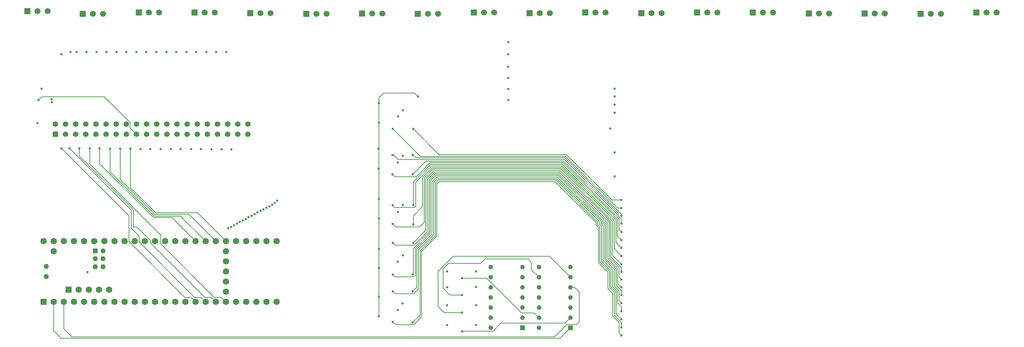
<source format=gbr>
%TF.GenerationSoftware,KiCad,Pcbnew,8.0.3-1.fc40*%
%TF.CreationDate,2024-06-20T14:07:13-04:00*%
%TF.ProjectId,sensor_bar_unified_muxing_1,73656e73-6f72-45f6-9261-725f756e6966,rev?*%
%TF.SameCoordinates,Original*%
%TF.FileFunction,Copper,L3,Inr*%
%TF.FilePolarity,Positive*%
%FSLAX46Y46*%
G04 Gerber Fmt 4.6, Leading zero omitted, Abs format (unit mm)*
G04 Created by KiCad (PCBNEW 8.0.3-1.fc40) date 2024-06-20 14:07:13*
%MOMM*%
%LPD*%
G01*
G04 APERTURE LIST*
%TA.AperFunction,ComponentPad*%
%ADD10R,1.500000X1.500000*%
%TD*%
%TA.AperFunction,ComponentPad*%
%ADD11C,1.500000*%
%TD*%
%TA.AperFunction,ComponentPad*%
%ADD12R,1.170000X1.170000*%
%TD*%
%TA.AperFunction,ComponentPad*%
%ADD13C,1.170000*%
%TD*%
%TA.AperFunction,ComponentPad*%
%ADD14R,1.370000X1.370000*%
%TD*%
%TA.AperFunction,ComponentPad*%
%ADD15C,1.370000*%
%TD*%
%TA.AperFunction,ComponentPad*%
%ADD16R,1.600000X1.600000*%
%TD*%
%TA.AperFunction,ComponentPad*%
%ADD17C,1.600000*%
%TD*%
%TA.AperFunction,ComponentPad*%
%ADD18R,1.300000X1.300000*%
%TD*%
%TA.AperFunction,ComponentPad*%
%ADD19C,1.300000*%
%TD*%
%TA.AperFunction,ViaPad*%
%ADD20C,0.600000*%
%TD*%
%TA.AperFunction,Conductor*%
%ADD21C,0.200000*%
%TD*%
G04 APERTURE END LIST*
D10*
%TO.N,Net-(BOARDSEL_CMP1-VCC)*%
%TO.C,U16*%
X221340000Y-18385000D03*
D11*
%TO.N,GND*%
X223880000Y-18385000D03*
%TO.N,Net-(JP11-B)*%
X226420000Y-18385000D03*
%TD*%
D12*
%TO.N,Net-(BOARDSEL_CMP1-1Y)*%
%TO.C,BOARDSEL_ENABLE1*%
X149560000Y-97305000D03*
D13*
%TO.N,Net-(BOARDSEL_CMP1-2Y)*%
X149560000Y-94765000D03*
%TO.N,N/C*%
X149560000Y-92225000D03*
%TO.N,Net-(BOARDSEL_CMP1-3Y)*%
X149560000Y-89685000D03*
%TO.N,Net-(BOARDSEL_CMP1-4Y)*%
X149560000Y-87145000D03*
%TO.N,Net-(BOARDSEL_ENABLE1-1Y)*%
X149560000Y-84605000D03*
%TO.N,GND*%
X149560000Y-82065000D03*
%TO.N,unconnected-(BOARDSEL_ENABLE1-2Y-Pad8)*%
X141620000Y-82065000D03*
%TO.N,unconnected-(BOARDSEL_ENABLE1-2A-Pad9)*%
X141620000Y-84605000D03*
%TO.N,unconnected-(BOARDSEL_ENABLE1-2B-Pad10)*%
X141620000Y-87145000D03*
%TO.N,N/C*%
X141620000Y-89685000D03*
%TO.N,unconnected-(BOARDSEL_ENABLE1-2C-Pad12)*%
X141620000Y-92225000D03*
%TO.N,unconnected-(BOARDSEL_ENABLE1-2D-Pad13)*%
X141620000Y-94765000D03*
%TO.N,Net-(BOARDSEL_CMP1-VCC)*%
X141620000Y-97305000D03*
%TD*%
D10*
%TO.N,Net-(BOARDSEL_CMP1-VCC)*%
%TO.C,U13*%
X179340000Y-18345000D03*
D11*
%TO.N,GND*%
X181880000Y-18345000D03*
%TO.N,Net-(JP14-B)*%
X184420000Y-18345000D03*
%TD*%
D10*
%TO.N,Net-(BOARDSEL_CMP1-VCC)*%
%TO.C,U15*%
X207340000Y-18185000D03*
D11*
%TO.N,GND*%
X209880000Y-18185000D03*
%TO.N,Net-(JP12-B)*%
X212420000Y-18185000D03*
%TD*%
D10*
%TO.N,Net-(BOARDSEL_CMP1-VCC)*%
%TO.C,U9*%
X123340000Y-18485000D03*
D11*
%TO.N,GND*%
X125880000Y-18485000D03*
%TO.N,Net-(JP18-B)*%
X128420000Y-18485000D03*
%TD*%
D10*
%TO.N,Net-(BOARDSEL_CMP1-VCC)*%
%TO.C,U19*%
X263340000Y-18185000D03*
D11*
%TO.N,GND*%
X265880000Y-18185000D03*
%TO.N,Net-(JP26-B)*%
X268420000Y-18185000D03*
%TD*%
D10*
%TO.N,Net-(BOARDSEL_CMP1-VCC)*%
%TO.C,U10*%
X137340000Y-18185000D03*
D11*
%TO.N,GND*%
X139880000Y-18185000D03*
%TO.N,Net-(JP17-B)*%
X142420000Y-18185000D03*
%TD*%
D10*
%TO.N,Net-(BOARDSEL_CMP1-VCC)*%
%TO.C,U7*%
X95340000Y-18485000D03*
D11*
%TO.N,GND*%
X97880000Y-18485000D03*
%TO.N,Net-(JP20-B)*%
X100420000Y-18485000D03*
%TD*%
D10*
%TO.N,Net-(BOARDSEL_CMP1-VCC)*%
%TO.C,U11*%
X151340000Y-18345000D03*
D11*
%TO.N,GND*%
X153880000Y-18345000D03*
%TO.N,Net-(JP16-B)*%
X156420000Y-18345000D03*
%TD*%
D10*
%TO.N,Net-(BOARDSEL_CMP1-VCC)*%
%TO.C,U8*%
X109340000Y-18385000D03*
D11*
%TO.N,GND*%
X111880000Y-18385000D03*
%TO.N,Net-(JP19-B)*%
X114420000Y-18385000D03*
%TD*%
D10*
%TO.N,Net-(BOARDSEL_CMP1-VCC)*%
%TO.C,U6*%
X81340000Y-18345000D03*
D11*
%TO.N,GND*%
X83880000Y-18345000D03*
%TO.N,Net-(JP21-B)*%
X86420000Y-18345000D03*
%TD*%
D10*
%TO.N,Net-(BOARDSEL_CMP1-VCC)*%
%TO.C,U17*%
X235340000Y-18385000D03*
D11*
%TO.N,GND*%
X237880000Y-18385000D03*
%TO.N,Net-(JP10-B)*%
X240420000Y-18385000D03*
%TD*%
D10*
%TO.N,Net-(BOARDSEL_CMP1-VCC)*%
%TO.C,U18*%
X249340000Y-18485000D03*
D11*
%TO.N,GND*%
X251880000Y-18485000D03*
%TO.N,Net-(JP25-B)*%
X254420000Y-18485000D03*
%TD*%
D10*
%TO.N,Net-(BOARDSEL_CMP1-VCC)*%
%TO.C,U12*%
X165340000Y-18145000D03*
D11*
%TO.N,GND*%
X167880000Y-18145000D03*
%TO.N,Net-(JP15-B)*%
X170420000Y-18145000D03*
%TD*%
D10*
%TO.N,Net-(BOARDSEL_CMP1-VCC)*%
%TO.C,U3*%
X39340000Y-18545000D03*
D11*
%TO.N,GND*%
X41880000Y-18545000D03*
%TO.N,Net-(JP46-B)*%
X44420000Y-18545000D03*
%TD*%
D10*
%TO.N,Net-(BOARDSEL_CMP1-VCC)*%
%TO.C,U5*%
X67340000Y-18145000D03*
D11*
%TO.N,GND*%
X69880000Y-18145000D03*
%TO.N,Net-(JP22-B)*%
X72420000Y-18145000D03*
%TD*%
D10*
%TO.N,Net-(BOARDSEL_CMP1-VCC)*%
%TO.C,U2*%
X25440000Y-17845000D03*
D11*
%TO.N,GND*%
X27980000Y-17845000D03*
%TO.N,Net-(JP47-B)*%
X30520000Y-17845000D03*
%TD*%
D14*
%TO.N,Net-(BOARDSEL_CMP1-1A)*%
%TO.C,interboard connect*%
X32440000Y-48725000D03*
D15*
%TO.N,Net-(DG452_0-S_1)*%
X32440000Y-46185000D03*
%TO.N,Net-(BOARDSEL_CMP1-2A)*%
X34980000Y-48725000D03*
%TO.N,Net-(DG452_0-D_4)*%
X34980000Y-46185000D03*
%TO.N,Net-(BOARDSEL_CMP1-3A)*%
X37520000Y-48725000D03*
%TO.N,Net-(DG452_0-S_2)*%
X37520000Y-46185000D03*
%TO.N,Net-(BOARDSEL_CMP1-4A)*%
X40060000Y-48725000D03*
%TO.N,Net-(DG452_0-D_3)*%
X40060000Y-46185000D03*
%TO.N,unconnected-(J1-Pad09)*%
X42600000Y-48725000D03*
%TO.N,Net-(DG452_1-S_1)*%
X42600000Y-46185000D03*
%TO.N,unconnected-(J1-Pad11)*%
X45140000Y-48725000D03*
%TO.N,Net-(DG452_1-D_4)*%
X45140000Y-46185000D03*
%TO.N,unconnected-(J1-Pad13)*%
X47680000Y-48725000D03*
%TO.N,Net-(DG452_1-S_2)*%
X47680000Y-46185000D03*
%TO.N,unconnected-(J1-Pad15)*%
X50220000Y-48725000D03*
%TO.N,Net-(DG452_1-D_3)*%
X50220000Y-46185000D03*
%TO.N,Net-(J2-Pin_9)*%
X52760000Y-48725000D03*
%TO.N,Net-(DG452_2-S_1)*%
X52760000Y-46185000D03*
%TO.N,unconnected-(J1-Pad19)*%
X55300000Y-48725000D03*
%TO.N,Net-(DG452_2-D_4)*%
X55300000Y-46185000D03*
%TO.N,unconnected-(J1-Pad21)*%
X57840000Y-48725000D03*
%TO.N,Net-(DG452_2-S_2)*%
X57840000Y-46185000D03*
%TO.N,unconnected-(J1-Pad23)*%
X60380000Y-48725000D03*
%TO.N,Net-(DG452_2-D_3)*%
X60380000Y-46185000D03*
%TO.N,unconnected-(J1-Pad25)*%
X62920000Y-48725000D03*
%TO.N,Net-(DG452_3-S_1)*%
X62920000Y-46185000D03*
%TO.N,unconnected-(J1-Pad27)*%
X65460000Y-48725000D03*
%TO.N,Net-(DG452_3-D_4)*%
X65460000Y-46185000D03*
%TO.N,Net-(BOARDSEL_CMP1-VCC)*%
X68000000Y-48725000D03*
%TO.N,Net-(DG452_3-S_2)*%
X68000000Y-46185000D03*
%TO.N,unconnected-(J1-Pad31)*%
X70540000Y-48725000D03*
%TO.N,Net-(DG452_3-D_3)*%
X70540000Y-46185000D03*
%TO.N,unconnected-(J1-Pad33)*%
X73080000Y-48725000D03*
%TO.N,Net-(DG45_4-S_1)*%
X73080000Y-46185000D03*
%TO.N,unconnected-(J1-Pad35)*%
X75620000Y-48725000D03*
%TO.N,Net-(DG45_4-D_4)*%
X75620000Y-46185000D03*
%TO.N,unconnected-(J1-Pad37)*%
X78160000Y-48725000D03*
%TO.N,unconnected-(J1-Pad38)*%
X78160000Y-46185000D03*
%TO.N,unconnected-(J1-Pad39)*%
X80700000Y-48725000D03*
%TO.N,GND*%
X80700000Y-46185000D03*
%TD*%
D16*
%TO.N,unconnected-(U1-GND-Pad1)*%
%TO.C,U1*%
X29470000Y-90805000D03*
D17*
%TO.N,Net-(BOARDSEL_CMP1-1A)*%
X32010000Y-90805000D03*
%TO.N,Net-(BOARDSEL_CMP1-2A)*%
X34550000Y-90805000D03*
%TO.N,Net-(BOARDSEL_CMP1-3A)*%
X37090000Y-90805000D03*
%TO.N,Net-(BOARDSEL_CMP1-4A)*%
X39630000Y-90805000D03*
%TO.N,unconnected-(U1-4_BCLK2-Pad6)*%
X42170000Y-90805000D03*
%TO.N,unconnected-(U1-5_IN2-Pad7)*%
X44710000Y-90805000D03*
%TO.N,unconnected-(U1-6_OUT1D-Pad8)*%
X47250000Y-90805000D03*
%TO.N,unconnected-(U1-7_RX2_OUT1A-Pad9)*%
X49790000Y-90805000D03*
%TO.N,unconnected-(U1-8_TX2_IN1-Pad10)*%
X52330000Y-90805000D03*
%TO.N,unconnected-(U1-9_OUT1C-Pad11)*%
X54870000Y-90805000D03*
%TO.N,unconnected-(U1-10_CS_MQSR-Pad12)*%
X57410000Y-90805000D03*
%TO.N,unconnected-(U1-11_MOSI_CTX1-Pad13)*%
X59950000Y-90805000D03*
%TO.N,unconnected-(U1-12_MISO_MQSL-Pad14)*%
X62490000Y-90805000D03*
%TO.N,unconnected-(U1-3V3-Pad15)*%
X65030000Y-90805000D03*
%TO.N,Net-(DG452_0-S_1)*%
X67570000Y-90805000D03*
%TO.N,Net-(DG452_0-D_4)*%
X70110000Y-90805000D03*
%TO.N,Net-(DG452_0-S_2)*%
X72650000Y-90805000D03*
%TO.N,Net-(DG452_0-D_3)*%
X75190000Y-90805000D03*
%TO.N,unconnected-(U1-28_RX7-Pad20)*%
X77730000Y-90805000D03*
%TO.N,unconnected-(U1-29_TX7-Pad21)*%
X80270000Y-90805000D03*
%TO.N,unconnected-(U1-30_CRX3-Pad22)*%
X82810000Y-90805000D03*
%TO.N,unconnected-(U1-31_CTX3-Pad23)*%
X85350000Y-90805000D03*
%TO.N,unconnected-(U1-32_OUT1B-Pad24)*%
X87890000Y-90805000D03*
%TO.N,unconnected-(U1-33_MCLK2-Pad25)*%
X87890000Y-75565000D03*
%TO.N,unconnected-(U1-34_RX8-Pad26)*%
X85350000Y-75565000D03*
%TO.N,unconnected-(U1-35_TX8-Pad27)*%
X82810000Y-75565000D03*
%TO.N,unconnected-(U1-36_CS-Pad28)*%
X80270000Y-75565000D03*
%TO.N,unconnected-(U1-37_CS-Pad29)*%
X77730000Y-75565000D03*
%TO.N,Net-(DG452_1-D_3)*%
X75190000Y-75565000D03*
%TO.N,Net-(DG452_1-S_2)*%
X72650000Y-75565000D03*
%TO.N,Net-(DG452_1-D_4)*%
X70110000Y-75565000D03*
%TO.N,Net-(DG452_1-S_1)*%
X67570000Y-75565000D03*
%TO.N,unconnected-(U1-GND-Pad34)*%
X65030000Y-75565000D03*
%TO.N,unconnected-(U1-13_SCK_LED-Pad35)*%
X62490000Y-75565000D03*
%TO.N,Net-(DG45_4-D_4)*%
X59950000Y-75565000D03*
%TO.N,Net-(DG45_4-S_1)*%
X57410000Y-75565000D03*
%TO.N,Net-(DG452_3-D_3)*%
X54870000Y-75565000D03*
%TO.N,Net-(DG452_3-S_2)*%
X52330000Y-75565000D03*
%TO.N,Net-(DG452_3-D_4)*%
X49790000Y-75565000D03*
%TO.N,Net-(DG452_3-S_1)*%
X47250000Y-75565000D03*
%TO.N,Net-(DG452_2-D_3)*%
X44710000Y-75565000D03*
%TO.N,Net-(DG452_2-S_2)*%
X42170000Y-75565000D03*
%TO.N,Net-(DG452_2-D_4)*%
X39630000Y-75565000D03*
%TO.N,Net-(DG452_2-S_1)*%
X37090000Y-75565000D03*
%TO.N,Net-(BOARDSEL_CMP1-VCC)*%
X34550000Y-75565000D03*
%TO.N,GND*%
X32010000Y-75565000D03*
%TO.N,Net-(JP23-B)*%
X29470000Y-75565000D03*
%TO.N,unconnected-(U1-VUSB-Pad49)*%
X32010000Y-78105000D03*
%TO.N,unconnected-(U1-VBAT-Pad50)*%
X75190000Y-88265000D03*
%TO.N,unconnected-(U1-3V3-Pad51)*%
X75190000Y-85725000D03*
%TO.N,unconnected-(U1-GND-Pad52)*%
X75190000Y-83185000D03*
%TO.N,unconnected-(U1-PROGRAM-Pad53)*%
X75190000Y-80645000D03*
%TO.N,unconnected-(U1-ON_OFF-Pad54)*%
X75190000Y-78105000D03*
D16*
%TO.N,unconnected-(U1-5V-Pad55)*%
X35769200Y-87754200D03*
D17*
%TO.N,unconnected-(U1-D--Pad56)*%
X38309200Y-87754200D03*
%TO.N,unconnected-(U1-D+-Pad57)*%
X40849200Y-87754200D03*
%TO.N,unconnected-(U1-GND-Pad58)*%
X43389200Y-87754200D03*
%TO.N,unconnected-(U1-GND-Pad59)*%
X45929200Y-87754200D03*
D18*
%TO.N,unconnected-(U1-R+-Pad60)*%
X42440000Y-78003400D03*
D19*
%TO.N,unconnected-(U1-LED-Pad61)*%
X42440000Y-80003400D03*
%TO.N,unconnected-(U1-T--Pad62)*%
X42440000Y-82003400D03*
%TO.N,unconnected-(U1-T+-Pad63)*%
X44440000Y-82003400D03*
%TO.N,unconnected-(U1-GND-Pad64)*%
X44440000Y-80003400D03*
%TO.N,unconnected-(U1-R--Pad65)*%
X44440000Y-78003400D03*
%TO.N,unconnected-(U1-D--Pad66)*%
X30200000Y-81915000D03*
%TO.N,unconnected-(U1-D+-Pad67)*%
X30200000Y-84455000D03*
%TD*%
D12*
%TO.N,Net-(BOARDSEL_CMP1-1A)*%
%TO.C,BOARDSEL_CMP1*%
X161620000Y-97345000D03*
D13*
%TO.N,Net-(BOARDSEL_CMP1-1B)*%
X161620000Y-94805000D03*
%TO.N,Net-(BOARDSEL_CMP1-1Y)*%
X161620000Y-92265000D03*
%TO.N,Net-(BOARDSEL_CMP1-2Y)*%
X161620000Y-89725000D03*
%TO.N,Net-(BOARDSEL_CMP1-2A)*%
X161620000Y-87185000D03*
%TO.N,Net-(BOARDSEL_CMP1-2B)*%
X161620000Y-84645000D03*
%TO.N,GND*%
X161620000Y-82105000D03*
%TO.N,Net-(BOARDSEL_CMP1-3A)*%
X153680000Y-82105000D03*
%TO.N,Net-(BOARDSEL_CMP1-3B)*%
X153680000Y-84645000D03*
%TO.N,Net-(BOARDSEL_CMP1-3Y)*%
X153680000Y-87185000D03*
%TO.N,Net-(BOARDSEL_CMP1-4Y)*%
X153680000Y-89725000D03*
%TO.N,Net-(BOARDSEL_CMP1-4A)*%
X153680000Y-92265000D03*
%TO.N,Net-(BOARDSEL_CMP1-4B)*%
X153680000Y-94805000D03*
%TO.N,Net-(BOARDSEL_CMP1-VCC)*%
X153680000Y-97345000D03*
%TD*%
D10*
%TO.N,Net-(BOARDSEL_CMP1-VCC)*%
%TO.C,U14*%
X193340000Y-18185000D03*
D11*
%TO.N,GND*%
X195880000Y-18185000D03*
%TO.N,Net-(JP13-B)*%
X198420000Y-18185000D03*
%TD*%
D10*
%TO.N,Net-(BOARDSEL_CMP1-VCC)*%
%TO.C,U4*%
X53340000Y-18145000D03*
D11*
%TO.N,GND*%
X55880000Y-18145000D03*
%TO.N,Net-(JP45-B)*%
X58420000Y-18145000D03*
%TD*%
D20*
%TO.N,Net-(BOARDSEL_CMP1-3B)*%
X134380000Y-89085000D03*
%TO.N,Net-(BOARDSEL_CMP1-4A)*%
X172680000Y-37285000D03*
%TO.N,Net-(BOARDSEL_CMP1-2A)*%
X172680000Y-41285000D03*
%TO.N,Net-(BOARDSEL_CMP1-4B)*%
X134380000Y-84885000D03*
%TO.N,Net-(BOARDSEL_CMP1-1A)*%
X172680000Y-43285000D03*
%TO.N,Net-(BOARDSEL_CMP1-1B)*%
X134380000Y-98285000D03*
%TO.N,Net-(BOARDSEL_CMP1-2B)*%
X134380000Y-93485000D03*
%TO.N,GND*%
X146000000Y-37400000D03*
X146000000Y-34600000D03*
X28959852Y-37313382D03*
X118300000Y-68335000D03*
X118300000Y-55835000D03*
X146000000Y-31800000D03*
X146000000Y-25600000D03*
X118300000Y-92835000D03*
X171580000Y-47285000D03*
X118400000Y-44235000D03*
X146000000Y-28700000D03*
X130680000Y-91685000D03*
X118300000Y-80735000D03*
X130680000Y-83185000D03*
X130680000Y-96685000D03*
X130680000Y-87185000D03*
X146000000Y-40200000D03*
X31573235Y-39926765D03*
%TO.N,Net-(BOARDSEL_CMP1-VCC)*%
X31600910Y-40726288D03*
X119500000Y-91235000D03*
X172680000Y-59285000D03*
X137980000Y-83185000D03*
X119600000Y-42735000D03*
X137980000Y-87085000D03*
X137980000Y-96685000D03*
X119600000Y-54135000D03*
X137980000Y-91685000D03*
X119600000Y-79135000D03*
X28000000Y-45900000D03*
X119600000Y-66535000D03*
%TO.N,Net-(BOARDSEL_CMP1-3A)*%
X172680000Y-39285000D03*
%TO.N,Net-(BOARDSEL_ENABLE1-1Y)*%
X113580000Y-40985000D03*
X113580000Y-89585000D03*
X123380000Y-39285000D03*
X113480000Y-57385000D03*
X113580000Y-82385000D03*
X113580000Y-64985000D03*
X113580000Y-77485000D03*
X113480000Y-52385000D03*
X113580000Y-69885000D03*
X113580000Y-94485000D03*
X113580000Y-45885000D03*
%TO.N,Net-(DG45_4-S_1)*%
X87480000Y-65985000D03*
X174380000Y-67285000D03*
X117080000Y-47385000D03*
X74080000Y-52585000D03*
%TO.N,Net-(DG45_4-D_4)*%
X88080000Y-65385000D03*
X76580000Y-52585000D03*
X174380000Y-65285000D03*
X122180000Y-47385000D03*
%TO.N,Net-(DG452_0-D_3)*%
X77980000Y-71185000D03*
X41080000Y-52285000D03*
X122080000Y-88185000D03*
X174380000Y-93185000D03*
%TO.N,Net-(DG452_0-D_4)*%
X76484322Y-71985000D03*
X122080000Y-95985000D03*
X35980000Y-52285000D03*
X174380000Y-97285000D03*
%TO.N,Net-(DG452_0-S_1)*%
X33980000Y-52285000D03*
X174380000Y-99285000D03*
X117080000Y-95885000D03*
X75780000Y-72385000D03*
%TO.N,Net-(DG452_0-S_2)*%
X38480000Y-52285000D03*
X117080000Y-88185000D03*
X174380000Y-95185000D03*
X77279997Y-71585000D03*
%TO.N,Net-(DG452_1-D_4)*%
X79410853Y-70385000D03*
X122080000Y-83985000D03*
X46180000Y-52385000D03*
X174380000Y-89085000D03*
%TO.N,Net-(DG452_1-S_1)*%
X117080000Y-83985000D03*
X174380000Y-91185000D03*
X43580000Y-52285000D03*
X78710850Y-70785000D03*
%TO.N,Net-(DG452_1-S_2)*%
X174380000Y-87185000D03*
X48680000Y-52385000D03*
X80210239Y-70032000D03*
X117080000Y-75985000D03*
%TO.N,Net-(DG452_1-D_3)*%
X80873710Y-69585000D03*
X122180000Y-75985000D03*
X51280000Y-52385000D03*
X174380000Y-85185000D03*
%TO.N,Net-(DG452_2-D_3)*%
X122180000Y-66485000D03*
X83928856Y-67985000D03*
X61380000Y-52485000D03*
X174380000Y-77285000D03*
%TO.N,Net-(DG452_2-S_2)*%
X174380000Y-79285000D03*
X117080000Y-66485000D03*
X83128853Y-68385000D03*
X58880000Y-52485000D03*
%TO.N,Net-(DG452_2-D_4)*%
X56280000Y-52485000D03*
X82390558Y-68785000D03*
X174380000Y-81385000D03*
X122180000Y-71385000D03*
%TO.N,Net-(DG452_2-S_1)*%
X53780000Y-52485000D03*
X174380000Y-83285000D03*
X81645669Y-69185000D03*
X117080000Y-71285000D03*
%TO.N,Net-(DG452_3-S_2)*%
X86149499Y-66888263D03*
X68980000Y-52485000D03*
X116980000Y-53985000D03*
X174380000Y-71185000D03*
%TO.N,Net-(DG452_3-D_3)*%
X122080000Y-53885000D03*
X86817278Y-66447722D03*
X174380000Y-69185000D03*
X71580000Y-52585000D03*
%TO.N,Net-(DG452_3-D_4)*%
X122080000Y-58785000D03*
X174380000Y-73285000D03*
X85364651Y-67185000D03*
X66480000Y-52485000D03*
%TO.N,Net-(DG452_3-S_1)*%
X116980000Y-58785000D03*
X174380000Y-75285000D03*
X63880000Y-52485000D03*
X84632310Y-67585000D03*
%TO.N,Net-(JP10-B)*%
X70280000Y-28085000D03*
%TO.N,Net-(JP11-B)*%
X67780000Y-28085000D03*
%TO.N,Net-(JP12-B)*%
X65280000Y-28085000D03*
%TO.N,Net-(JP13-B)*%
X62780000Y-28085000D03*
%TO.N,Net-(JP14-B)*%
X60280000Y-28085000D03*
%TO.N,Net-(JP15-B)*%
X57780000Y-28085000D03*
%TO.N,Net-(JP16-B)*%
X55280000Y-28085000D03*
%TO.N,Net-(JP17-B)*%
X52780000Y-28085000D03*
%TO.N,Net-(JP18-B)*%
X50280000Y-28085000D03*
%TO.N,Net-(JP19-B)*%
X47780000Y-28085000D03*
%TO.N,Net-(JP20-B)*%
X45280000Y-28085000D03*
%TO.N,Net-(JP21-B)*%
X42780000Y-28085000D03*
%TO.N,Net-(JP22-B)*%
X40280000Y-28085000D03*
%TO.N,Net-(JP23-B)*%
X40500000Y-83400000D03*
%TO.N,Net-(JP45-B)*%
X37780000Y-28085000D03*
%TO.N,Net-(JP46-B)*%
X36280000Y-28085000D03*
%TO.N,Net-(JP47-B)*%
X34025000Y-28685000D03*
%TO.N,Net-(J2-Pin_9)*%
X172680000Y-53285000D03*
X28200000Y-40200000D03*
%TO.N,Net-(JP25-B)*%
X72780000Y-28085000D03*
%TO.N,Net-(JP26-B)*%
X75280000Y-28085000D03*
%TD*%
D21*
%TO.N,Net-(BOARDSEL_CMP1-3B)*%
X139085000Y-81180000D02*
X140180000Y-80085000D01*
X130985000Y-81180000D02*
X139085000Y-81180000D01*
X151780000Y-82745000D02*
X153680000Y-84645000D01*
X140180000Y-80085000D02*
X150980000Y-80085000D01*
X129680000Y-82485000D02*
X130985000Y-81180000D01*
X151780000Y-80885000D02*
X151780000Y-82745000D01*
X150980000Y-80085000D02*
X151780000Y-80885000D01*
X131380000Y-89085000D02*
X129680000Y-87385000D01*
X134380000Y-89085000D02*
X131380000Y-89085000D01*
X129680000Y-87385000D02*
X129680000Y-82485000D01*
%TO.N,Net-(BOARDSEL_CMP1-2A)*%
X162580000Y-87185000D02*
X161620000Y-87185000D01*
X163055000Y-96460000D02*
X163080000Y-96485000D01*
X34550000Y-97555000D02*
X36580000Y-99585000D01*
X36580000Y-99585000D02*
X157610000Y-99585000D01*
X160735000Y-96460000D02*
X163055000Y-96460000D01*
X163780000Y-88385000D02*
X162580000Y-87185000D01*
X163780000Y-95785000D02*
X163780000Y-88385000D01*
X163080000Y-96485000D02*
X163780000Y-95785000D01*
X157610000Y-99585000D02*
X160735000Y-96460000D01*
X34550000Y-90805000D02*
X34550000Y-97555000D01*
%TO.N,Net-(BOARDSEL_CMP1-4B)*%
X134380000Y-84885000D02*
X140611580Y-84885000D01*
X140611580Y-84885000D02*
X149311580Y-93585000D01*
X152460000Y-93585000D02*
X153680000Y-94805000D01*
X149311580Y-93585000D02*
X152460000Y-93585000D01*
%TO.N,Net-(BOARDSEL_CMP1-1A)*%
X32010000Y-90805000D02*
X32010000Y-98115000D01*
X32010000Y-98115000D02*
X33880000Y-99985000D01*
X33880000Y-99985000D02*
X158980000Y-99985000D01*
X158980000Y-99985000D02*
X161620000Y-97345000D01*
%TO.N,Net-(BOARDSEL_CMP1-1B)*%
X160240000Y-96185000D02*
X144180000Y-96185000D01*
X142175000Y-98190000D02*
X134475000Y-98190000D01*
X144180000Y-96185000D02*
X142175000Y-98190000D01*
X161620000Y-94805000D02*
X160240000Y-96185000D01*
X134475000Y-98190000D02*
X134380000Y-98285000D01*
%TO.N,Net-(BOARDSEL_CMP1-2B)*%
X134380000Y-93485000D02*
X129880000Y-93485000D01*
X129880000Y-93485000D02*
X128380000Y-91985000D01*
X128380000Y-91985000D02*
X128380000Y-83219314D01*
X128380000Y-83219314D02*
X132214314Y-79385000D01*
X132214314Y-79385000D02*
X156360000Y-79385000D01*
X156360000Y-79385000D02*
X161620000Y-84645000D01*
%TO.N,Net-(BOARDSEL_ENABLE1-1Y)*%
X113580000Y-39585000D02*
X114780000Y-38385000D01*
X122480000Y-38385000D02*
X123380000Y-39285000D01*
X114780000Y-38385000D02*
X122480000Y-38385000D01*
X113580000Y-40985000D02*
X113580000Y-39585000D01*
X113580000Y-94485000D02*
X113580000Y-40985000D01*
%TO.N,Net-(DG45_4-S_1)*%
X117080000Y-47385000D02*
X123980000Y-54285000D01*
X160414314Y-54285000D02*
X173414314Y-67285000D01*
X123980000Y-54285000D02*
X160414314Y-54285000D01*
X173414314Y-67285000D02*
X174380000Y-67285000D01*
%TO.N,Net-(DG45_4-D_4)*%
X128680000Y-53885000D02*
X160580000Y-53885000D01*
X160580000Y-53885000D02*
X171980000Y-65285000D01*
X171980000Y-65285000D02*
X174380000Y-65285000D01*
X122180000Y-47385000D02*
X128680000Y-53885000D01*
%TO.N,Net-(DG452_0-D_3)*%
X169180000Y-70404604D02*
X169180000Y-71056075D01*
X58850000Y-74023628D02*
X58850000Y-76255000D01*
X72280000Y-89685000D02*
X74070000Y-89685000D01*
X172180000Y-82861959D02*
X172180000Y-86964901D01*
X126880000Y-73830587D02*
X126880000Y-60647744D01*
X169180000Y-71056075D02*
X169780000Y-71656075D01*
X169780000Y-80461959D02*
X172180000Y-82861959D01*
X123080000Y-77630587D02*
X126880000Y-73830587D01*
X174380000Y-92033529D02*
X174380000Y-93185000D01*
X74070000Y-89685000D02*
X75190000Y-90805000D01*
X123080000Y-87185000D02*
X123080000Y-77630587D01*
X58850000Y-76255000D02*
X72280000Y-89685000D01*
X128042744Y-59485000D02*
X158260396Y-59485000D01*
X173380000Y-91033529D02*
X174380000Y-92033529D01*
X122080000Y-88185000D02*
X123080000Y-87185000D01*
X41080000Y-56253628D02*
X58850000Y-74023628D01*
X158260396Y-59485000D02*
X169180000Y-70404604D01*
X126880000Y-60647744D02*
X128042744Y-59485000D01*
X169780000Y-71656075D02*
X169780000Y-80461959D01*
X173380000Y-88164901D02*
X173380000Y-91033529D01*
X41080000Y-52285000D02*
X41080000Y-56253628D01*
X172180000Y-86964901D02*
X173380000Y-88164901D01*
%TO.N,Net-(DG452_0-D_4)*%
X172580000Y-88496273D02*
X172580000Y-94233529D01*
X35980000Y-52285000D02*
X51480000Y-67785000D01*
X68990000Y-89685000D02*
X70110000Y-90805000D01*
X53430000Y-74335000D02*
X53430000Y-75735000D01*
X168980000Y-80793331D02*
X171380000Y-83193331D01*
X168980000Y-71987447D02*
X168980000Y-80793331D01*
X168380000Y-70735976D02*
X168380000Y-71387447D01*
X67380000Y-89685000D02*
X68990000Y-89685000D01*
X168380000Y-71387447D02*
X168980000Y-71987447D01*
X172580000Y-94233529D02*
X174380000Y-96033529D01*
X171380000Y-83193331D02*
X171380000Y-87296273D01*
X123880000Y-77961959D02*
X127680000Y-74161959D01*
X128374116Y-60285000D02*
X157929024Y-60285000D01*
X127680000Y-74161959D02*
X127680000Y-60979116D01*
X53430000Y-75735000D02*
X67380000Y-89685000D01*
X123880000Y-94185000D02*
X123880000Y-77961959D01*
X51480000Y-67785000D02*
X51480000Y-72385000D01*
X127680000Y-60979116D02*
X128374116Y-60285000D01*
X157929024Y-60285000D02*
X168380000Y-70735976D01*
X171380000Y-87296273D02*
X172580000Y-88496273D01*
X122080000Y-95985000D02*
X123880000Y-94185000D01*
X51480000Y-72385000D02*
X53430000Y-74335000D01*
X174380000Y-96033529D02*
X174380000Y-97285000D01*
%TO.N,Net-(DG452_0-S_1)*%
X172180000Y-94399214D02*
X173765786Y-95985000D01*
X167980000Y-71553133D02*
X168580000Y-72153133D01*
X64900000Y-89705000D02*
X66470000Y-89705000D01*
X50890000Y-69195000D02*
X50890000Y-75695000D01*
X167980000Y-70901662D02*
X167980000Y-71553133D01*
X50890000Y-75695000D02*
X64900000Y-89705000D01*
X122328529Y-96585000D02*
X124280000Y-94633529D01*
X173765786Y-98670786D02*
X174380000Y-99285000D01*
X33980000Y-52285000D02*
X50890000Y-69195000D01*
X173765786Y-95985000D02*
X173765786Y-98670786D01*
X117780000Y-96585000D02*
X122328529Y-96585000D01*
X124280000Y-78127645D02*
X128080000Y-74327645D01*
X66470000Y-89705000D02*
X67570000Y-90805000D01*
X168580000Y-72153133D02*
X168580000Y-80959017D01*
X157763338Y-60685000D02*
X167980000Y-70901662D01*
X124280000Y-94633529D02*
X124280000Y-78127645D01*
X117080000Y-95885000D02*
X117780000Y-96585000D01*
X128539802Y-60685000D02*
X157763338Y-60685000D01*
X128080000Y-61144802D02*
X128539802Y-60685000D01*
X168580000Y-80959017D02*
X170980000Y-83359017D01*
X170980000Y-87461959D02*
X172180000Y-88661959D01*
X128080000Y-74327645D02*
X128080000Y-61144802D01*
X170980000Y-83359017D02*
X170980000Y-87461959D01*
X172180000Y-88661959D02*
X172180000Y-94399214D01*
%TO.N,Net-(DG452_0-S_2)*%
X38480000Y-54219314D02*
X51980000Y-67719314D01*
X122328529Y-88785000D02*
X123480000Y-87633529D01*
X172980000Y-93785000D02*
X174380000Y-95185000D01*
X69974365Y-89685000D02*
X71530000Y-89685000D01*
X38480000Y-52285000D02*
X38480000Y-54219314D01*
X172980000Y-88330587D02*
X172980000Y-93785000D01*
X71530000Y-89685000D02*
X72650000Y-90805000D01*
X168780000Y-70570290D02*
X168780000Y-71221761D01*
X169380000Y-80627645D02*
X171780000Y-83027645D01*
X169380000Y-71821761D02*
X169380000Y-80627645D01*
X127280000Y-73996273D02*
X127280000Y-60813430D01*
X171780000Y-83027645D02*
X171780000Y-87130587D01*
X56280000Y-75990635D02*
X69974365Y-89685000D01*
X171780000Y-87130587D02*
X172980000Y-88330587D01*
X52845635Y-71985000D02*
X56280000Y-75419365D01*
X117080000Y-88185000D02*
X117680000Y-88785000D01*
X117680000Y-88785000D02*
X122328529Y-88785000D01*
X123480000Y-77796273D02*
X127280000Y-73996273D01*
X51980000Y-67719314D02*
X51980000Y-71985000D01*
X56280000Y-75419365D02*
X56280000Y-75990635D01*
X128208430Y-59885000D02*
X158094710Y-59885000D01*
X123480000Y-87633529D02*
X123480000Y-77796273D01*
X168780000Y-71221761D02*
X169380000Y-71821761D01*
X51980000Y-71985000D02*
X52845635Y-71985000D01*
X127280000Y-60813430D02*
X128208430Y-59885000D01*
X158094710Y-59885000D02*
X168780000Y-70570290D01*
%TO.N,Net-(DG452_1-D_4)*%
X174380000Y-88033529D02*
X174380000Y-89085000D01*
X172980000Y-86633529D02*
X174380000Y-88033529D01*
X122180000Y-83885000D02*
X122180000Y-77399215D01*
X122180000Y-77399215D02*
X126080000Y-73499215D01*
X170580000Y-80130587D02*
X172980000Y-82530587D01*
X57245686Y-69285000D02*
X63830000Y-69285000D01*
X127711372Y-58685000D02*
X158591768Y-58685000D01*
X126080000Y-73499215D02*
X126080000Y-60316372D01*
X46180000Y-52385000D02*
X46180000Y-58219314D01*
X122080000Y-83985000D02*
X122180000Y-83885000D01*
X169980000Y-70724703D02*
X170580000Y-71324703D01*
X170580000Y-71324703D02*
X170580000Y-80130587D01*
X158591768Y-58685000D02*
X169980000Y-70073232D01*
X126080000Y-60316372D02*
X127711372Y-58685000D01*
X46180000Y-58219314D02*
X57245686Y-69285000D01*
X172980000Y-82530587D02*
X172980000Y-86633529D01*
X169980000Y-70073232D02*
X169980000Y-70724703D01*
X63830000Y-69285000D02*
X70110000Y-75565000D01*
%TO.N,Net-(DG452_1-S_1)*%
X172580000Y-86799215D02*
X173780000Y-87999215D01*
X173780000Y-90585000D02*
X174380000Y-91185000D01*
X57080000Y-69685000D02*
X61690000Y-69685000D01*
X170180000Y-71490389D02*
X170180000Y-80296273D01*
X126480000Y-73664901D02*
X126480000Y-60482058D01*
X122680000Y-84233529D02*
X122680000Y-77464901D01*
X170180000Y-80296273D02*
X172580000Y-82696273D01*
X122680000Y-77464901D02*
X126480000Y-73664901D01*
X61690000Y-69685000D02*
X67570000Y-75565000D01*
X169580000Y-70238918D02*
X169580000Y-70890389D01*
X117680000Y-84585000D02*
X122328529Y-84585000D01*
X117080000Y-83985000D02*
X117680000Y-84585000D01*
X158426082Y-59085000D02*
X169580000Y-70238918D01*
X122328529Y-84585000D02*
X122680000Y-84233529D01*
X43580000Y-52285000D02*
X43580000Y-56185000D01*
X127877058Y-59085000D02*
X158426082Y-59085000D01*
X126480000Y-60482058D02*
X127877058Y-59085000D01*
X172580000Y-82696273D02*
X172580000Y-86799215D01*
X43580000Y-56185000D02*
X57080000Y-69685000D01*
X173780000Y-87999215D02*
X173780000Y-90585000D01*
X169580000Y-70890389D02*
X170180000Y-71490389D01*
%TO.N,Net-(DG452_1-S_2)*%
X173380000Y-86185000D02*
X174380000Y-87185000D01*
X127545686Y-58285000D02*
X158757454Y-58285000D01*
X158757454Y-58285000D02*
X170380000Y-69907546D01*
X170380000Y-70559017D02*
X170980000Y-71159017D01*
X125680000Y-73333529D02*
X125680000Y-60150686D01*
X48680000Y-52385000D02*
X48680000Y-60153628D01*
X122428529Y-76585000D02*
X125680000Y-73333529D01*
X170980000Y-79964901D02*
X173380000Y-82364901D01*
X117080000Y-75985000D02*
X117680000Y-76585000D01*
X173380000Y-82364901D02*
X173380000Y-86185000D01*
X65970000Y-68885000D02*
X72650000Y-75565000D01*
X170980000Y-71159017D02*
X170980000Y-79964901D01*
X117680000Y-76585000D02*
X122428529Y-76585000D01*
X57411372Y-68885000D02*
X65970000Y-68885000D01*
X170380000Y-69907546D02*
X170380000Y-70559017D01*
X125680000Y-60150686D02*
X127545686Y-58285000D01*
X48680000Y-60153628D02*
X57411372Y-68885000D01*
%TO.N,Net-(DG452_1-D_3)*%
X170780000Y-70393331D02*
X171380000Y-70993331D01*
X68110000Y-68485000D02*
X75190000Y-75565000D01*
X173780000Y-82199215D02*
X173780000Y-84585000D01*
X171380000Y-70993331D02*
X171380000Y-79799215D01*
X125280000Y-72885000D02*
X125280000Y-59985000D01*
X173780000Y-84585000D02*
X174380000Y-85185000D01*
X127380000Y-57885000D02*
X158923140Y-57885000D01*
X125280000Y-59985000D02*
X127380000Y-57885000D01*
X158923140Y-57885000D02*
X170780000Y-69741860D01*
X51280000Y-62187942D02*
X57577058Y-68485000D01*
X122180000Y-75985000D02*
X125280000Y-72885000D01*
X57577058Y-68485000D02*
X68110000Y-68485000D01*
X171380000Y-79799215D02*
X173780000Y-82199215D01*
X170780000Y-69741860D02*
X170780000Y-70393331D01*
X51280000Y-52385000D02*
X51280000Y-62187942D01*
%TO.N,Net-(DG452_2-D_3)*%
X159585884Y-56285000D02*
X172380000Y-69079116D01*
X172980000Y-75885000D02*
X174380000Y-77285000D01*
X126645686Y-56285000D02*
X159585884Y-56285000D01*
X122180000Y-60750686D02*
X126645686Y-56285000D01*
X122180000Y-66485000D02*
X122180000Y-60750686D01*
X172980000Y-70330587D02*
X172980000Y-75885000D01*
X172380000Y-69730587D02*
X172980000Y-70330587D01*
X172380000Y-69079116D02*
X172380000Y-69730587D01*
%TO.N,Net-(DG452_2-S_2)*%
X171980000Y-69244802D02*
X171980000Y-69896273D01*
X117080000Y-66485000D02*
X117080000Y-66785000D01*
X172580000Y-77485000D02*
X174380000Y-79285000D01*
X117080000Y-66785000D02*
X117430000Y-67135000D01*
X126811372Y-56685000D02*
X159420198Y-56685000D01*
X172580000Y-70496273D02*
X172580000Y-77485000D01*
X122780000Y-60716372D02*
X126811372Y-56685000D01*
X122780000Y-66785000D02*
X122780000Y-60716372D01*
X117430000Y-67135000D02*
X122430000Y-67135000D01*
X171980000Y-69896273D02*
X172580000Y-70496273D01*
X122430000Y-67135000D02*
X122780000Y-66785000D01*
X159420198Y-56685000D02*
X171980000Y-69244802D01*
%TO.N,Net-(DG452_2-D_4)*%
X124480000Y-59582058D02*
X126977058Y-57085000D01*
X126977058Y-57085000D02*
X159254512Y-57085000D01*
X124480000Y-66885000D02*
X124480000Y-59582058D01*
X171580000Y-69410488D02*
X171580000Y-70061959D01*
X122180000Y-71385000D02*
X122180000Y-69185000D01*
X159254512Y-57085000D02*
X171580000Y-69410488D01*
X172180000Y-79185000D02*
X174380000Y-81385000D01*
X171580000Y-70061959D02*
X172180000Y-70661959D01*
X172180000Y-70661959D02*
X172180000Y-79185000D01*
X122180000Y-69185000D02*
X124480000Y-66885000D01*
%TO.N,Net-(DG452_2-S_1)*%
X117780000Y-71985000D02*
X123780000Y-71985000D01*
X127142744Y-57485000D02*
X159088826Y-57485000D01*
X117080000Y-71285000D02*
X117780000Y-71985000D01*
X123780000Y-71985000D02*
X124880000Y-70885000D01*
X171780000Y-79633529D02*
X174380000Y-82233529D01*
X159088826Y-57485000D02*
X171180000Y-69576174D01*
X174380000Y-82233529D02*
X174380000Y-83285000D01*
X124880000Y-70885000D02*
X124880000Y-59747744D01*
X171180000Y-69576174D02*
X171180000Y-70227645D01*
X171180000Y-70227645D02*
X171780000Y-70827645D01*
X171780000Y-70827645D02*
X171780000Y-79633529D01*
X124880000Y-59747744D02*
X127142744Y-57485000D01*
%TO.N,Net-(DG452_3-S_2)*%
X173580000Y-69233529D02*
X174380000Y-70033529D01*
X117298529Y-53985000D02*
X118398529Y-55085000D01*
X174380000Y-70033529D02*
X174380000Y-71185000D01*
X173580000Y-68582058D02*
X173580000Y-69233529D01*
X116980000Y-53985000D02*
X117298529Y-53985000D01*
X118398529Y-55085000D02*
X160082942Y-55085000D01*
X160082942Y-55085000D02*
X173580000Y-68582058D01*
X174380000Y-71185000D02*
X174280000Y-71185000D01*
%TO.N,Net-(DG452_3-D_3)*%
X174380000Y-69185000D02*
X174280000Y-69185000D01*
X160248628Y-54685000D02*
X174380000Y-68816372D01*
X122880000Y-54685000D02*
X160248628Y-54685000D01*
X122080000Y-53885000D02*
X122880000Y-54685000D01*
X174380000Y-68816372D02*
X174380000Y-69185000D01*
%TO.N,Net-(DG452_3-D_4)*%
X173180000Y-68747744D02*
X173180000Y-69399215D01*
X122080000Y-58785000D02*
X125380000Y-55485000D01*
X159917256Y-55485000D02*
X173180000Y-68747744D01*
X173780000Y-72685000D02*
X174380000Y-73285000D01*
X173180000Y-69399215D02*
X173780000Y-69999215D01*
X173780000Y-69999215D02*
X173780000Y-72685000D01*
X174480000Y-73285000D02*
X174480000Y-73285000D01*
X125380000Y-55485000D02*
X159917256Y-55485000D01*
X174380000Y-73285000D02*
X174480000Y-73285000D01*
%TO.N,Net-(DG452_3-S_1)*%
X173380000Y-74285000D02*
X174280000Y-75185000D01*
X172780000Y-69564901D02*
X173380000Y-70164901D01*
X126480000Y-55885000D02*
X159751570Y-55885000D01*
X117580000Y-59385000D02*
X122980000Y-59385000D01*
X173380000Y-70164901D02*
X173380000Y-74285000D01*
X159751570Y-55885000D02*
X172780000Y-68913430D01*
X122980000Y-59385000D02*
X126480000Y-55885000D01*
X172780000Y-68913430D02*
X172780000Y-69564901D01*
X116980000Y-58785000D02*
X117580000Y-59385000D01*
%TO.N,Net-(J2-Pin_9)*%
X51205000Y-47170000D02*
X52760000Y-48725000D01*
X44754766Y-39326765D02*
X51205000Y-45776999D01*
X51205000Y-45776999D02*
X51205000Y-47170000D01*
X28200000Y-40200000D02*
X29073235Y-39326765D01*
X29073235Y-39326765D02*
X44754766Y-39326765D01*
%TD*%
M02*

</source>
